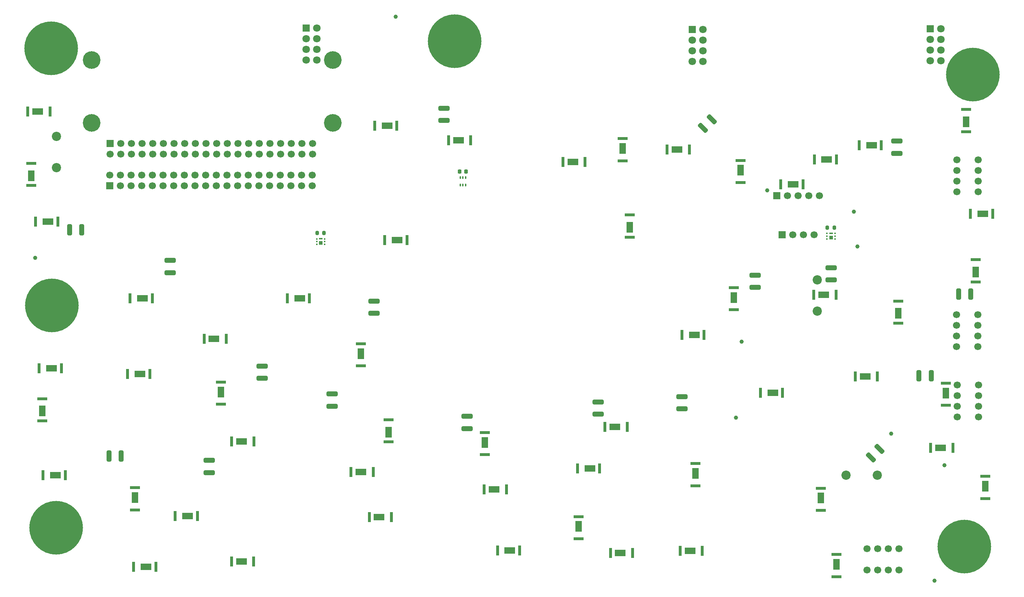
<source format=gbr>
%TF.GenerationSoftware,KiCad,Pcbnew,9.0.2*%
%TF.CreationDate,2025-10-05T23:40:01-05:00*%
%TF.ProjectId,MothBox5.0.2,4d6f7468-426f-4783-952e-302e322e6b69,5.0.2*%
%TF.SameCoordinates,Original*%
%TF.FileFunction,Soldermask,Top*%
%TF.FilePolarity,Negative*%
%FSLAX46Y46*%
G04 Gerber Fmt 4.6, Leading zero omitted, Abs format (unit mm)*
G04 Created by KiCad (PCBNEW 9.0.2) date 2025-10-05 23:40:01*
%MOMM*%
%LPD*%
G01*
G04 APERTURE LIST*
G04 Aperture macros list*
%AMRoundRect*
0 Rectangle with rounded corners*
0 $1 Rounding radius*
0 $2 $3 $4 $5 $6 $7 $8 $9 X,Y pos of 4 corners*
0 Add a 4 corners polygon primitive as box body*
4,1,4,$2,$3,$4,$5,$6,$7,$8,$9,$2,$3,0*
0 Add four circle primitives for the rounded corners*
1,1,$1+$1,$2,$3*
1,1,$1+$1,$4,$5*
1,1,$1+$1,$6,$7*
1,1,$1+$1,$8,$9*
0 Add four rect primitives between the rounded corners*
20,1,$1+$1,$2,$3,$4,$5,0*
20,1,$1+$1,$4,$5,$6,$7,0*
20,1,$1+$1,$6,$7,$8,$9,0*
20,1,$1+$1,$8,$9,$2,$3,0*%
G04 Aperture macros list end*
%ADD10RoundRect,0.075000X-0.075000X0.250000X-0.075000X-0.250000X0.075000X-0.250000X0.075000X0.250000X0*%
%ADD11C,2.200000*%
%ADD12RoundRect,0.250000X-1.075000X0.312500X-1.075000X-0.312500X1.075000X-0.312500X1.075000X0.312500X0*%
%ADD13R,0.800000X2.400000*%
%ADD14R,2.630000X1.520000*%
%ADD15RoundRect,0.225000X-0.225000X-0.250000X0.225000X-0.250000X0.225000X0.250000X-0.225000X0.250000X0*%
%ADD16R,2.400000X0.800000*%
%ADD17R,1.520000X2.630000*%
%ADD18C,1.000000*%
%ADD19RoundRect,0.250000X-0.539169X0.981111X-0.981111X0.539169X0.539169X-0.981111X0.981111X-0.539169X0*%
%ADD20R,0.450000X0.400000*%
%ADD21R,0.910000X0.400000*%
%ADD22R,0.910000X0.810000*%
%ADD23C,12.800000*%
%ADD24R,1.700000X1.700000*%
%ADD25C,1.700000*%
%ADD26R,1.800000X1.780000*%
%ADD27C,1.800000*%
%ADD28RoundRect,0.250000X-0.312500X-1.075000X0.312500X-1.075000X0.312500X1.075000X-0.312500X1.075000X0*%
%ADD29RoundRect,0.250000X0.312500X1.075000X-0.312500X1.075000X-0.312500X-1.075000X0.312500X-1.075000X0*%
%ADD30RoundRect,0.250000X1.075000X-0.312500X1.075000X0.312500X-1.075000X0.312500X-1.075000X-0.312500X0*%
%ADD31RoundRect,0.200000X0.200000X0.275000X-0.200000X0.275000X-0.200000X-0.275000X0.200000X-0.275000X0*%
%ADD32C,4.204000*%
G04 APERTURE END LIST*
D10*
%TO.C,U18*%
X34854930Y41394962D03*
X34204930Y41394962D03*
X33554930Y41394962D03*
X33554930Y39594962D03*
X34204930Y39594962D03*
X34854930Y39594962D03*
%TD*%
D11*
%TO.C,C14*%
X132992507Y-29530312D03*
X125492507Y-29530312D03*
%TD*%
%TO.C,C16*%
X118675583Y9548297D03*
X118675583Y17048297D03*
%TD*%
%TO.C,C1*%
X-62650000Y51234329D03*
X-62650000Y43734329D03*
%TD*%
D12*
%TO.C,R37*%
X121932128Y19928372D03*
X121932128Y17003372D03*
%TD*%
%TO.C,R15*%
X-13685185Y-3549651D03*
X-13685185Y-6474651D03*
%TD*%
D13*
%TO.C,LED13*%
X13164815Y53787849D03*
X18444815Y53787849D03*
D14*
X16104815Y53787849D03*
%TD*%
D12*
%TO.C,R17*%
X-26244678Y-26032629D03*
X-26244678Y-28957629D03*
%TD*%
D15*
%TO.C,C13*%
X33423881Y42861407D03*
X34973881Y42861407D03*
%TD*%
D12*
%TO.C,R22*%
X137604984Y50119912D03*
X137604984Y47194912D03*
%TD*%
%TO.C,R13*%
X35162498Y-15520039D03*
X35162498Y-18445039D03*
%TD*%
D16*
%TO.C,LED9*%
X73957305Y32466849D03*
X73957305Y27186849D03*
D17*
X73957305Y29526849D03*
%TD*%
D13*
%TO.C,LED44*%
X12824288Y-28752541D03*
X7544288Y-28752541D03*
D14*
X9884288Y-28752541D03*
%TD*%
D16*
%TO.C,LED23*%
X-68720499Y44777468D03*
X-68720499Y39497468D03*
D17*
X-68720499Y41837468D03*
%TD*%
D13*
%TO.C,LED37*%
X73354815Y-18012151D03*
X68074815Y-18012151D03*
D14*
X70414815Y-18012151D03*
%TD*%
D18*
%TO.C,TP9*%
X-67749331Y22291322D03*
%TD*%
D13*
%TO.C,LED12*%
X109962528Y39797849D03*
X115242528Y39797849D03*
D14*
X112902528Y39797849D03*
%TD*%
D13*
%TO.C,LED35*%
X74654815Y-48062151D03*
X69374815Y-48062151D03*
D14*
X71714815Y-48062151D03*
%TD*%
D16*
%TO.C,LED40*%
X39414241Y-24668396D03*
X39414241Y-19388396D03*
D17*
X39414241Y-21728396D03*
%TD*%
D19*
%TO.C,R8*%
X133515012Y-23272435D03*
X131446724Y-25340723D03*
%TD*%
D16*
%TO.C,LED28*%
X149348989Y-12894689D03*
X149348989Y-7614689D03*
D17*
X149348989Y-9954689D03*
%TD*%
D20*
%TO.C,Q3*%
X1250882Y25456536D03*
X1250882Y26116535D03*
X1250882Y26766536D03*
X-649118Y26766536D03*
X-649118Y26116535D03*
X-649118Y25456536D03*
D21*
X300882Y26816537D03*
D22*
X300882Y25786537D03*
%TD*%
D23*
%TO.C,H3*%
X32214815Y73937849D03*
%TD*%
D16*
%TO.C,LED33*%
X123264815Y-53752151D03*
X123264815Y-48472151D03*
D17*
X123264815Y-50812151D03*
%TD*%
D13*
%TO.C,LED41*%
X44550556Y-32978424D03*
X39270556Y-32978424D03*
D14*
X41610556Y-32978424D03*
%TD*%
D13*
%TO.C,LED22*%
X-67655045Y30903755D03*
X-62375045Y30903755D03*
D14*
X-64715045Y30903755D03*
%TD*%
D13*
%TO.C,LED42*%
X42446264Y-47481387D03*
X47726264Y-47481387D03*
D14*
X45386264Y-47481387D03*
%TD*%
D12*
%TO.C,R23*%
X29701110Y57919480D03*
X29701110Y54994480D03*
%TD*%
D18*
%TO.C,TP4*%
X106764815Y38387849D03*
%TD*%
%TO.C,TP7*%
X100644448Y2305791D03*
%TD*%
D23*
%TO.C,H6*%
X-62785185Y-42062151D03*
%TD*%
D13*
%TO.C,LED21*%
X-45725536Y-5454480D03*
X-40445536Y-5454480D03*
D14*
X-42785536Y-5454480D03*
%TD*%
D24*
%TO.C,U5*%
X-50012001Y39448894D03*
D25*
X-50012001Y41988894D03*
X-47472001Y39448894D03*
X-47472001Y41988894D03*
X-44932002Y39448894D03*
X-44932001Y41988894D03*
X-42392001Y39448894D03*
X-42392001Y41988894D03*
X-39852001Y39448894D03*
X-39852001Y41988894D03*
X-37312001Y39448894D03*
X-37312001Y41988894D03*
X-34772001Y39448894D03*
X-34772001Y41988894D03*
X-32232000Y39448894D03*
X-32232001Y41988894D03*
X-29692001Y39448894D03*
X-29692001Y41988894D03*
X-27152001Y39448894D03*
X-27152001Y41988894D03*
X-24612001Y39448894D03*
X-24612001Y41988894D03*
X-22072002Y39448894D03*
X-22072001Y41988894D03*
X-19532001Y39448894D03*
X-19532001Y41988894D03*
X-16992001Y39448894D03*
X-16992001Y41988894D03*
X-14452001Y39448894D03*
X-14452001Y41988894D03*
X-11912002Y39448894D03*
X-11912001Y41988894D03*
X-9372000Y39448894D03*
X-9372001Y41988894D03*
X-6832001Y39448894D03*
X-6832001Y41988894D03*
X-4292001Y39448894D03*
X-4292001Y41988894D03*
X-1752001Y39448894D03*
X-1752001Y41988894D03*
%TD*%
D13*
%TO.C,LED38*%
X61524815Y-27912151D03*
X66804815Y-27912151D03*
D14*
X64464815Y-27912151D03*
%TD*%
D26*
%TO.C,H10*%
X88827556Y76664779D03*
D27*
X91367556Y76664779D03*
X88827556Y74124779D03*
X91367556Y74124779D03*
X88827556Y71584779D03*
X91367556Y71584779D03*
X88827556Y69044779D03*
X91367556Y69044779D03*
%TD*%
D13*
%TO.C,LED20*%
X-22220522Y2937849D03*
X-27500522Y2937849D03*
D14*
X-25160522Y2937849D03*
%TD*%
D13*
%TO.C,LED16*%
X-65875185Y-29512151D03*
X-60595185Y-29512151D03*
D14*
X-62935185Y-29512151D03*
%TD*%
D28*
%TO.C,R16*%
X152362506Y13603935D03*
X155287506Y13603935D03*
%TD*%
D29*
%TO.C,R24*%
X-47247654Y-24967801D03*
X-50172654Y-24967801D03*
%TD*%
D16*
%TO.C,LED7*%
X98753974Y9874638D03*
X98753974Y15154638D03*
D17*
X98753974Y12814638D03*
%TD*%
D13*
%TO.C,LED52*%
X123143246Y13469896D03*
X117863246Y13469896D03*
D14*
X120203246Y13469896D03*
%TD*%
D13*
%TO.C,LED53*%
X133012853Y-5999252D03*
X127732853Y-5999252D03*
D14*
X130072853Y-5999252D03*
%TD*%
D20*
%TO.C,Q7*%
X122885904Y26753819D03*
X122885904Y27413818D03*
X122885904Y28063819D03*
X120985904Y28063819D03*
X120985904Y27413818D03*
X120985904Y26753819D03*
D21*
X121935904Y28113820D03*
D22*
X121935904Y27083820D03*
%TD*%
D13*
%TO.C,LED2*%
X-34378623Y-39273687D03*
X-29098623Y-39273687D03*
D14*
X-31438623Y-39273687D03*
%TD*%
D30*
%TO.C,R18*%
X13021754Y9045081D03*
X13021754Y11970081D03*
%TD*%
D16*
%TO.C,LED34*%
X89653568Y-32067606D03*
X89653568Y-26787606D03*
D17*
X89653568Y-29127606D03*
%TD*%
D18*
%TO.C,TP6*%
X128267838Y24986014D03*
%TD*%
D13*
%TO.C,LED15*%
X63329814Y45116682D03*
X58049814Y45116682D03*
D14*
X60389814Y45116682D03*
%TD*%
D13*
%TO.C,LED8*%
X86419596Y3861772D03*
X91699596Y3861772D03*
D14*
X89359596Y3861772D03*
%TD*%
D16*
%TO.C,LED25*%
X156434036Y21823489D03*
X156434036Y16543489D03*
D17*
X156434036Y18883489D03*
%TD*%
D31*
%TO.C,R9*%
X122731363Y29449739D03*
X121081363Y29449739D03*
%TD*%
D13*
%TO.C,LED18*%
X-66812031Y-4052383D03*
X-61532031Y-4052383D03*
D14*
X-63872031Y-4052383D03*
%TD*%
D13*
%TO.C,LED10*%
X128672760Y49092134D03*
X133952760Y49092134D03*
D14*
X131612760Y49092134D03*
%TD*%
D13*
%TO.C,LED36*%
X91269834Y-47551229D03*
X85989834Y-47551229D03*
D14*
X88329834Y-47551229D03*
%TD*%
D16*
%TO.C,LED1*%
X-43968473Y-37821826D03*
X-43968473Y-32541826D03*
D17*
X-43968473Y-34881826D03*
%TD*%
D16*
%TO.C,LED49*%
X72237502Y45398461D03*
X72237502Y50678461D03*
D17*
X72237502Y48338461D03*
%TD*%
D16*
%TO.C,LED30*%
X158680815Y-35107165D03*
X158680815Y-29827165D03*
D17*
X158680815Y-32167165D03*
%TD*%
D16*
%TO.C,LED46*%
X-23452121Y-12643335D03*
X-23452121Y-7363335D03*
D17*
X-23452121Y-9703335D03*
%TD*%
D23*
%TO.C,H7*%
X153714815Y-46562151D03*
%TD*%
D16*
%TO.C,LED39*%
X61735751Y-44702319D03*
X61735751Y-39422319D03*
D17*
X61735751Y-41762319D03*
%TD*%
D18*
%TO.C,TP3*%
X127364815Y33237849D03*
%TD*%
D16*
%TO.C,LED27*%
X154160114Y57628725D03*
X154160114Y52348725D03*
D17*
X154160114Y54688725D03*
%TD*%
D13*
%TO.C,LED50*%
X88150103Y48090952D03*
X82870103Y48090952D03*
D14*
X85210103Y48090952D03*
%TD*%
D19*
%TO.C,R28*%
X93484709Y55279973D03*
X91416421Y53211685D03*
%TD*%
D13*
%TO.C,LED31*%
X105124815Y-9912151D03*
X110404815Y-9912151D03*
D14*
X108064815Y-9912151D03*
%TD*%
D12*
%TO.C,R10*%
X86402034Y-10815518D03*
X86402034Y-13740518D03*
%TD*%
D16*
%TO.C,LED32*%
X119514815Y-37952151D03*
X119514815Y-32672151D03*
D17*
X119514815Y-35012151D03*
%TD*%
D23*
%TO.C,H4*%
X-63935185Y72187849D03*
%TD*%
D13*
%TO.C,LED48*%
X-15657713Y-50113872D03*
X-20937713Y-50113872D03*
D14*
X-18597713Y-50113872D03*
%TD*%
D18*
%TO.C,TP2*%
X148970711Y-27151745D03*
%TD*%
D16*
%TO.C,LED51*%
X100425197Y40220959D03*
X100425197Y45500959D03*
D17*
X100425197Y43160959D03*
%TD*%
D13*
%TO.C,LED6*%
X-7652359Y12630475D03*
X-2372359Y12630475D03*
D14*
X-4712359Y12630475D03*
%TD*%
D23*
%TO.C,H5*%
X-63785185Y10937849D03*
%TD*%
D12*
%TO.C,R14*%
X3039064Y-10205001D03*
X3039064Y-13130001D03*
%TD*%
D18*
%TO.C,TP8*%
X18208170Y79732148D03*
%TD*%
D13*
%TO.C,LED3*%
X-44275185Y-51412151D03*
X-38995185Y-51412151D03*
D14*
X-41335185Y-51412151D03*
%TD*%
D13*
%TO.C,LED4*%
X15583214Y26514862D03*
X20863214Y26514862D03*
D14*
X18523214Y26514862D03*
%TD*%
D16*
%TO.C,LED54*%
X137992829Y11973809D03*
X137992829Y6693809D03*
D17*
X137992829Y9033809D03*
%TD*%
D13*
%TO.C,LED47*%
X-15645185Y-21512151D03*
X-20925185Y-21512151D03*
D14*
X-18585185Y-21512151D03*
%TD*%
D29*
%TO.C,R26*%
X-56638993Y28962261D03*
X-59563993Y28962261D03*
%TD*%
D16*
%TO.C,LED45*%
X16449790Y-16356998D03*
X16449790Y-21636998D03*
D17*
X16449790Y-19296998D03*
%TD*%
D16*
%TO.C,LED5*%
X9845089Y-3502151D03*
X9845089Y1777849D03*
D17*
X9845089Y-562151D03*
%TD*%
D12*
%TO.C,R12*%
X66457030Y-12086852D03*
X66457030Y-15011852D03*
%TD*%
%TO.C,R25*%
X-35556060Y21652849D03*
X-35556060Y18727849D03*
%TD*%
D13*
%TO.C,LED14*%
X36062288Y50273830D03*
X30782288Y50273830D03*
D14*
X33122288Y50273830D03*
%TD*%
D16*
%TO.C,LED17*%
X-66035185Y-11322151D03*
X-66035185Y-16602151D03*
D17*
X-66035185Y-14262151D03*
%TD*%
D26*
%TO.C,H9*%
X-3153838Y77032342D03*
D27*
X-613838Y77032342D03*
X-3153838Y74492342D03*
X-613838Y74492342D03*
X-3153838Y71952342D03*
X-613838Y71952342D03*
X-3153838Y69412342D03*
X-613838Y69412342D03*
%TD*%
D26*
%TO.C,H8*%
X145620519Y76898184D03*
D27*
X148160519Y76898184D03*
X145620519Y74358184D03*
X148160519Y74358184D03*
X145620519Y71818184D03*
X148160519Y71818184D03*
X145620519Y69278184D03*
X148160519Y69278184D03*
%TD*%
D23*
%TO.C,H2*%
X155714815Y65937849D03*
%TD*%
D13*
%TO.C,LED11*%
X117969562Y45680128D03*
X123249562Y45680128D03*
D14*
X120909562Y45680128D03*
%TD*%
D18*
%TO.C,TP10*%
X146615789Y-54705402D03*
%TD*%
D28*
%TO.C,R7*%
X142907750Y-5814389D03*
X145832750Y-5814389D03*
%TD*%
D18*
%TO.C,TP5*%
X136316275Y-19642711D03*
%TD*%
D31*
%TO.C,R11*%
X1109568Y28221473D03*
X-540432Y28221473D03*
%TD*%
D13*
%TO.C,LED29*%
X150994815Y-23062151D03*
X145714815Y-23062151D03*
D14*
X148054815Y-23062151D03*
%TD*%
D13*
%TO.C,LED43*%
X17157522Y-39514134D03*
X11877522Y-39514134D03*
D14*
X14217522Y-39514134D03*
%TD*%
D13*
%TO.C,LED24*%
X-64241445Y57102811D03*
X-69521445Y57102811D03*
D14*
X-67181445Y57102811D03*
%TD*%
D12*
%TO.C,R20*%
X103850261Y18119227D03*
X103850261Y15194227D03*
%TD*%
D13*
%TO.C,LED26*%
X155195902Y32762923D03*
X160475902Y32762923D03*
D14*
X158135902Y32762923D03*
%TD*%
D13*
%TO.C,LED19*%
X-45128725Y12615695D03*
X-39848725Y12615695D03*
D14*
X-42188725Y12615695D03*
%TD*%
D25*
%TO.C,J4*%
X157061743Y45616086D03*
X151981743Y45616086D03*
X157061743Y43076086D03*
X151981743Y43076086D03*
X157061743Y40536086D03*
X151981743Y40536086D03*
X157061743Y37996086D03*
X151981743Y37996086D03*
%TD*%
D24*
%TO.C,U7*%
X-49915185Y49490349D03*
D25*
X-49915185Y46950349D03*
X-47375185Y49490349D03*
X-47375185Y46950349D03*
X-44835185Y49490349D03*
X-44835185Y46950349D03*
X-42295185Y49490349D03*
X-42295185Y46950349D03*
X-39755185Y49490349D03*
X-39755185Y46950349D03*
X-37215185Y49490349D03*
X-37215185Y46950349D03*
X-34675185Y49490349D03*
X-34675185Y46950349D03*
X-32135185Y49490349D03*
X-32135185Y46950349D03*
X-29595185Y49490349D03*
X-29595185Y46950349D03*
X-27055185Y49490349D03*
X-27055185Y46950349D03*
X-24515185Y49490349D03*
X-24515185Y46950349D03*
X-21975185Y49490349D03*
X-21975185Y46950349D03*
X-19435185Y49490349D03*
X-19435185Y46950349D03*
X-16895185Y49490349D03*
X-16895185Y46950349D03*
X-14355185Y49490349D03*
X-14355185Y46950349D03*
X-11815185Y49490349D03*
X-11815185Y46950349D03*
X-9275185Y49490349D03*
X-9275185Y46950349D03*
X-6735185Y49490349D03*
X-6735185Y46950349D03*
X-4195185Y49490349D03*
X-4195185Y46950349D03*
X-1655185Y49490349D03*
X-1655185Y46950349D03*
%TD*%
%TO.C,J3*%
X157079878Y-8069029D03*
X151999878Y-8069029D03*
X157079878Y-10609029D03*
X151999878Y-10609029D03*
X157079878Y-13149029D03*
X151999878Y-13149029D03*
X157079878Y-15689029D03*
X151999878Y-15689029D03*
%TD*%
D24*
%TO.C,U8*%
X109003998Y37067769D03*
D25*
X111543998Y37067769D03*
X114083998Y37067769D03*
X116623998Y37067769D03*
X119163998Y37067769D03*
%TD*%
%TO.C,J2*%
X138114741Y-52138937D03*
X138114741Y-47058937D03*
X135574741Y-52138937D03*
X135574741Y-47058937D03*
X133034741Y-52138937D03*
X133034741Y-47058937D03*
X130494741Y-52138937D03*
X130494741Y-47058937D03*
%TD*%
D32*
%TO.C,U6*%
X-54285185Y54437849D03*
X3214815Y54437849D03*
X-54285185Y69437849D03*
X3214815Y69437849D03*
%TD*%
D25*
%TO.C,J1*%
X156914327Y8694689D03*
X151834327Y8694689D03*
X156914327Y6154689D03*
X151834327Y6154689D03*
X156914327Y3614689D03*
X151834327Y3614689D03*
X156914327Y1074689D03*
X151834327Y1074689D03*
%TD*%
D24*
%TO.C,H1*%
X110274815Y27787849D03*
D25*
X112814815Y27787849D03*
X115354814Y27787849D03*
X117894815Y27787849D03*
%TD*%
D18*
%TO.C,TP1*%
X99243003Y-15812151D03*
%TD*%
M02*

</source>
